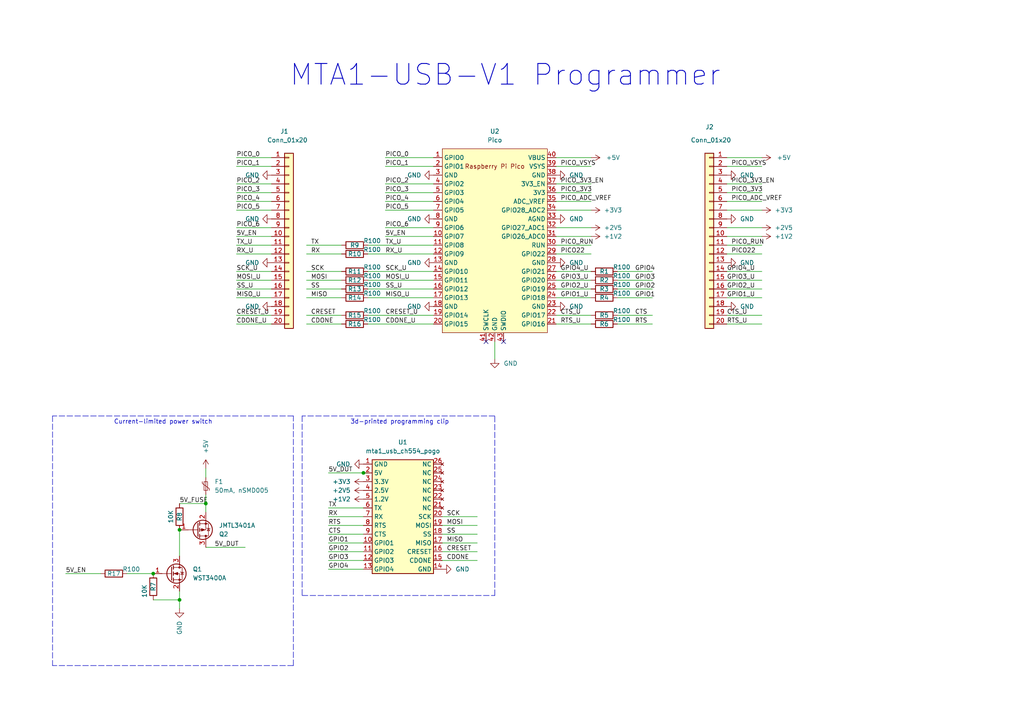
<source format=kicad_sch>
(kicad_sch (version 20211123) (generator eeschema)
  (paper "A4")
  (title_block (title "mta1-usb-v1-programmer") (date "2022-09-12") (rev "V1") (company "Tillitis AB") (comment 1 "2022") (comment 2 "https://github.com/tillitis/tillitis-key1"))
  (lib_symbols
    (symbol "Connector_Generic:Conn_01x20" (pin_names (offset 1.016) hide)
      (property "Reference" "J" (at 0 25.4 0))
      (property "Value" "Conn_01x20" (at 0 -27.94 0))
      (symbol "Conn_01x20_1_1"
        (rectangle (start -1.27 -25.273) (end 0 -25.527) (stroke (width 0.1524)))
        (rectangle (start -1.27 -22.733) (end 0 -22.987) (stroke (width 0.1524)))
        (rectangle (start -1.27 -20.193) (end 0 -20.447) (stroke (width 0.1524)))
        (rectangle (start -1.27 -17.653) (end 0 -17.907) (stroke (width 0.1524)))
        (rectangle (start -1.27 -15.113) (end 0 -15.367) (stroke (width 0.1524)))
        (rectangle (start -1.27 -12.573) (end 0 -12.827) (stroke (width 0.1524)))
        (rectangle (start -1.27 -10.033) (end 0 -10.287) (stroke (width 0.1524)))
        (rectangle (start -1.27 -7.493) (end 0 -7.747) (stroke (width 0.1524)))
        (rectangle (start -1.27 -4.953) (end 0 -5.207) (stroke (width 0.1524)))
        (rectangle (start -1.27 -2.413) (end 0 -2.667) (stroke (width 0.1524)))
        (rectangle (start -1.27 0.127) (end 0 -0.127) (stroke (width 0.1524)))
        (rectangle (start -1.27 2.667) (end 0 2.413) (stroke (width 0.1524)))
        (rectangle (start -1.27 5.207) (end 0 4.953) (stroke (width 0.1524)))
        (rectangle (start -1.27 7.747) (end 0 7.493) (stroke (width 0.1524)))
        (rectangle (start -1.27 10.287) (end 0 10.033) (stroke (width 0.1524)))
        (rectangle (start -1.27 12.827) (end 0 12.573) (stroke (width 0.1524)))
        (rectangle (start -1.27 15.367) (end 0 15.113) (stroke (width 0.1524)))
        (rectangle (start -1.27 17.907) (end 0 17.653) (stroke (width 0.1524)))
        (rectangle (start -1.27 20.447) (end 0 20.193) (stroke (width 0.1524)))
        (rectangle (start -1.27 22.987) (end 0 22.733) (stroke (width 0.1524)))
        (rectangle (start -1.27 24.13) (end 1.27 -26.67) (stroke (width 0.254)) (fill (type background)))
        (pin passive line (at -5.08 22.86 0) (length 3.81) (name "Pin_1") (number "1"))
        (pin passive line (at -5.08 0 0) (length 3.81) (name "Pin_10") (number "10"))
        (pin passive line (at -5.08 -2.54 0) (length 3.81) (name "Pin_11") (number "11"))
        (pin passive line (at -5.08 -5.08 0) (length 3.81) (name "Pin_12") (number "12"))
        (pin passive line (at -5.08 -7.62 0) (length 3.81) (name "Pin_13") (number "13"))
        (pin passive line (at -5.08 -10.16 0) (length 3.81) (name "Pin_14") (number "14"))
        (pin passive line (at -5.08 -12.7 0) (length 3.81) (name "Pin_15") (number "15"))
        (pin passive line (at -5.08 -15.24 0) (length 3.81) (name "Pin_16") (number "16"))
        (pin passive line (at -5.08 -17.78 0) (length 3.81) (name "Pin_17") (number "17"))
        (pin passive line (at -5.08 -20.32 0) (length 3.81) (name "Pin_18") (number "18"))
        (pin passive line (at -5.08 -22.86 0) (length 3.81) (name "Pin_19") (number "19"))
        (pin passive line (at -5.08 20.32 0) (length 3.81) (name "Pin_2") (number "2"))
        (pin passive line (at -5.08 -25.4 0) (length 3.81) (name "Pin_20") (number "20"))
        (pin passive line (at -5.08 17.78 0) (length 3.81) (name "Pin_3") (number "3"))
        (pin passive line (at -5.08 15.24 0) (length 3.81) (name "Pin_4") (number "4"))
        (pin passive line (at -5.08 12.7 0) (length 3.81) (name "Pin_5") (number "5"))
        (pin passive line (at -5.08 10.16 0) (length 3.81) (name "Pin_6") (number "6"))
        (pin passive line (at -5.08 7.62 0) (length 3.81) (name "Pin_7") (number "7"))
        (pin passive line (at -5.08 5.08 0) (length 3.81) (name "Pin_8") (number "8"))
        (pin passive line (at -5.08 2.54 0) (length 3.81) (name "Pin_9") (number "9"))
      )
    )
    (symbol "Device:Polyfuse_Small" (pin_numbers hide) (pin_names (offset 0))
      (property "Reference" "F" (at -1.905 0 90))
      (property "Value" "Polyfuse_Small" (at 1.905 0 90))
      (symbol "Polyfuse_Small_0_1"
        (rectangle (start -0.508 1.27) (end 0.508 -1.27))
        (polyline (pts (xy 0 2.54) (xy 0 -2.54)))
        (polyline (pts (xy -1.016 1.27) (xy -1.016 0.762) (xy 1.016 -0.762) (xy 1.016 -1.27)))
      )
      (symbol "Polyfuse_Small_1_1"
        (pin passive line (at 0 2.54 270) (length 0.635) (name "~") (number "1"))
        (pin passive line (at 0 -2.54 90) (length 0.635) (name "~") (number "2"))
      )
    )
    (symbol "Device:R" (pin_numbers hide) (pin_names (offset 0))
      (property "Reference" "R" (at 2.032 0 90))
      (property "Value" "R" (at 0 0 90))
      (symbol "R_0_1"
        (rectangle (start -1.016 -2.54) (end 1.016 2.54) (stroke (width 0.254)))
      )
      (symbol "R_1_1"
        (pin passive line (at 0 3.81 270) (length 1.27) (name "~") (number "1"))
        (pin passive line (at 0 -3.81 90) (length 1.27) (name "~") (number "2"))
      )
    )
    (symbol "MCU_RaspberryPi_and_Boards:Pico"
      (property "Reference" "U" (at -13.97 27.94 0))
      (property "Value" "Pico" (at 0 19.05 0))
      (symbol "Pico_0_0"
        (text "Raspberry Pi Pico" (at 0 21.59 0) (effects (font (size 1.27 1.27))))
      )
      (symbol "Pico_0_1"
        (rectangle (start -15.24 26.67) (end 15.24 -26.67) (fill (type background)))
      )
      (symbol "Pico_1_1"
        (pin bidirectional line (at -17.78 24.13 0) (length 2.54) (name "GPIO0") (number "1"))
        (pin bidirectional line (at -17.78 1.27 0) (length 2.54) (name "GPIO7") (number "10"))
        (pin bidirectional line (at -17.78 -1.27 0) (length 2.54) (name "GPIO8") (number "11"))
        (pin bidirectional line (at -17.78 -3.81 0) (length 2.54) (name "GPIO9") (number "12"))
        (pin power_in line (at -17.78 -6.35 0) (length 2.54) (name "GND") (number "13"))
        (pin bidirectional line (at -17.78 -8.89 0) (length 2.54) (name "GPIO10") (number "14"))
        (pin bidirectional line (at -17.78 -11.43 0) (length 2.54) (name "GPIO11") (number "15"))
        (pin bidirectional line (at -17.78 -13.97 0) (length 2.54) (name "GPIO12") (number "16"))
        (pin bidirectional line (at -17.78 -16.51 0) (length 2.54) (name "GPIO13") (number "17"))
        (pin power_in line (at -17.78 -19.05 0) (length 2.54) (name "GND") (number "18"))
        (pin bidirectional line (at -17.78 -21.59 0) (length 2.54) (name "GPIO14") (number "19"))
        (pin bidirectional line (at -17.78 21.59 0) (length 2.54) (name "GPIO1") (number "2"))
        (pin bidirectional line (at -17.78 -24.13 0) (length 2.54) (name "GPIO15") (number "20"))
        (pin bidirectional line (at 17.78 -24.13 180) (length 2.54) (name "GPIO16") (number "21"))
        (pin bidirectional line (at 17.78 -21.59 180) (length 2.54) (name "GPIO17") (number "22"))
        (pin power_in line (at 17.78 -19.05 180) (length 2.54) (name "GND") (number "23"))
        (pin bidirectional line (at 17.78 -16.51 180) (length 2.54) (name "GPIO18") (number "24"))
        (pin bidirectional line (at 17.78 -13.97 180) (length 2.54) (name "GPIO19") (number "25"))
        (pin bidirectional line (at 17.78 -11.43 180) (length 2.54) (name "GPIO20") (number "26"))
        (pin bidirectional line (at 17.78 -8.89 180) (length 2.54) (name "GPIO21") (number "27"))
        (pin power_in line (at 17.78 -6.35 180) (length 2.54) (name "GND") (number "28"))
        (pin bidirectional line (at 17.78 -3.81 180) (length 2.54) (name "GPIO22") (number "29"))
        (pin power_in line (at -17.78 19.05 0) (length 2.54) (name "GND") (number "3"))
        (pin input line (at 17.78 -1.27 180) (length 2.54) (name "RUN") (number "30"))
        (pin bidirectional line (at 17.78 1.27 180) (length 2.54) (name "GPIO26_ADC0") (number "31"))
        (pin bidirectional line (at 17.78 3.81 180) (length 2.54) (name "GPIO27_ADC1") (number "32"))
        (pin power_in line (at 17.78 6.35 180) (length 2.54) (name "AGND") (number "33"))
        (pin bidirectional line (at 17.78 8.89 180) (length 2.54) (name "GPIO28_ADC2") (number "34"))
        (pin power_in line (at 17.78 11.43 180) (length 2.54) (name "ADC_VREF") (number "35"))
        (pin power_in line (at 17.78 13.97 180) (length 2.54) (name "3V3") (number "36"))
        (pin input line (at 17.78 16.51 180) (length 2.54) (name "3V3_EN") (number "37"))
        (pin bidirectional line (at 17.78 19.05 180) (length 2.54) (name "GND") (number "38"))
        (pin power_in line (at 17.78 21.59 180) (length 2.54) (name "VSYS") (number "39"))
        (pin bidirectional line (at -17.78 16.51 0) (length 2.54) (name "GPIO2") (number "4"))
        (pin power_in line (at 17.78 24.13 180) (length 2.54) (name "VBUS") (number "40"))
        (pin input line (at -2.54 -29.21 90) (length 2.54) (name "SWCLK") (number "41"))
        (pin power_in line (at 0 -29.21 90) (length 2.54) (name "GND") (number "42"))
        (pin bidirectional line (at 2.54 -29.21 90) (length 2.54) (name "SWDIO") (number "43"))
        (pin bidirectional line (at -17.78 13.97 0) (length 2.54) (name "GPIO3") (number "5"))
        (pin bidirectional line (at -17.78 11.43 0) (length 2.54) (name "GPIO4") (number "6"))
        (pin bidirectional line (at -17.78 8.89 0) (length 2.54) (name "GPIO5") (number "7"))
        (pin power_in line (at -17.78 6.35 0) (length 2.54) (name "GND") (number "8"))
        (pin bidirectional line (at -17.78 3.81 0) (length 2.54) (name "GPIO6") (number "9"))
      )
    )
    (symbol "Transistor_FET:AO3400A" (pin_names hide)
      (property "Reference" "Q" (at 5.08 1.905 0))
      (property "Value" "AO3400A" (at 5.08 0 0))
      (symbol "AO3400A_0_1"
        (polyline (pts (xy 0.254 0) (xy -2.54 0)))
        (polyline (pts (xy 0.254 1.905) (xy 0.254 -1.905)) (stroke (width 0.254)))
        (polyline (pts (xy 0.762 -1.27) (xy 0.762 -2.286)) (stroke (width 0.254)))
        (polyline (pts (xy 0.762 0.508) (xy 0.762 -0.508)) (stroke (width 0.254)))
        (polyline (pts (xy 0.762 2.286) (xy 0.762 1.27)) (stroke (width 0.254)))
        (polyline (pts (xy 2.54 2.54) (xy 2.54 1.778)))
        (polyline (pts (xy 2.54 -2.54) (xy 2.54 0) (xy 0.762 0)))
        (polyline (pts (xy 0.762 -1.778) (xy 3.302 -1.778) (xy 3.302 1.778) (xy 0.762 1.778)))
        (polyline (pts (xy 1.016 0) (xy 2.032 0.381) (xy 2.032 -0.381) (xy 1.016 0)) (fill (type outline)))
        (polyline (pts (xy 2.794 0.508) (xy 2.921 0.381) (xy 3.683 0.381) (xy 3.81 0.254)))
        (polyline (pts (xy 3.302 0.381) (xy 2.921 -0.254) (xy 3.683 -0.254) (xy 3.302 0.381)))
        (circle (center 1.651 0) (radius 2.794) (stroke (width 0.254)))
        (circle (center 2.54 -1.778) (radius 0.254) (fill (type outline)))
        (circle (center 2.54 1.778) (radius 0.254) (fill (type outline)))
      )
      (symbol "AO3400A_1_1"
        (pin input line (at -5.08 0 0) (length 2.54) (name "G") (number "1"))
        (pin passive line (at 2.54 -5.08 90) (length 2.54) (name "S") (number "2"))
        (pin passive line (at 2.54 5.08 270) (length 2.54) (name "D") (number "3"))
      )
    )
    (symbol "Transistor_FET:AO3401A" (pin_names hide)
      (property "Reference" "Q" (at 5.08 1.905 0))
      (property "Value" "AO3401A" (at 5.08 0 0))
      (symbol "AO3401A_0_1"
        (polyline (pts (xy 0.254 0) (xy -2.54 0)))
        (polyline (pts (xy 0.254 1.905) (xy 0.254 -1.905)) (stroke (width 0.254)))
        (polyline (pts (xy 0.762 -1.27) (xy 0.762 -2.286)) (stroke (width 0.254)))
        (polyline (pts (xy 0.762 0.508) (xy 0.762 -0.508)) (stroke (width 0.254)))
        (polyline (pts (xy 0.762 2.286) (xy 0.762 1.27)) (stroke (width 0.254)))
        (polyline (pts (xy 2.54 2.54) (xy 2.54 1.778)))
        (polyline (pts (xy 2.54 -2.54) (xy 2.54 0) (xy 0.762 0)))
        (polyline (pts (xy 0.762 1.778) (xy 3.302 1.778) (xy 3.302 -1.778) (xy 0.762 -1.778)))
        (polyline (pts (xy 2.286 0) (xy 1.27 0.381) (xy 1.27 -0.381) (xy 2.286 0)) (fill (type outline)))
        (polyline (pts (xy 2.794 -0.508) (xy 2.921 -0.381) (xy 3.683 -0.381) (xy 3.81 -0.254)))
        (polyline (pts (xy 3.302 -0.381) (xy 2.921 0.254) (xy 3.683 0.254) (xy 3.302 -0.381)))
        (circle (center 1.651 0) (radius 2.794) (stroke (width 0.254)))
        (circle (center 2.54 -1.778) (radius 0.254) (fill (type outline)))
        (circle (center 2.54 1.778) (radius 0.254) (fill (type outline)))
      )
      (symbol "AO3401A_1_1"
        (pin input line (at -5.08 0 0) (length 2.54) (name "G") (number "1"))
        (pin passive line (at 2.54 -5.08 90) (length 2.54) (name "S") (number "2"))
        (pin passive line (at 2.54 5.08 270) (length 2.54) (name "D") (number "3"))
      )
    )
    (symbol "mta1:mta1_usb_ch554_pogo"
      (property "Reference" "U" (at -5.08 -19.05 0))
      (property "Value" "mta1_usb_ch554_pogo" (at 0 19.05 0))
      (symbol "mta1_usb_ch554_pogo_1_1"
        (rectangle (start -8.89 16.51) (end 8.89 -16.51) (stroke (width 0.254)) (fill (type background)))
        (pin power_in line (at -11.43 15.24 0) (length 2.54) (name "GND") (number "1"))
        (pin bidirectional line (at -11.43 -7.62 0) (length 2.54) (name "GPIO1") (number "10"))
        (pin bidirectional line (at -11.43 -10.16 0) (length 2.54) (name "GPIO2") (number "11"))
        (pin bidirectional line (at -11.43 -12.7 0) (length 2.54) (name "GPIO3") (number "12"))
        (pin bidirectional line (at -11.43 -15.24 0) (length 2.54) (name "GPIO4") (number "13"))
        (pin bidirectional line (at 11.43 -15.24 180) (length 2.54) (name "GND") (number "14"))
        (pin bidirectional line (at 11.43 -12.7 180) (length 2.54) (name "CDONE") (number "15"))
        (pin bidirectional line (at 11.43 -10.16 180) (length 2.54) (name "CRESET") (number "16"))
        (pin bidirectional line (at 11.43 -7.62 180) (length 2.54) (name "MISO") (number "17"))
        (pin bidirectional line (at 11.43 -5.08 180) (length 2.54) (name "SS") (number "18"))
        (pin bidirectional line (at 11.43 -2.54 180) (length 2.54) (name "MOSI") (number "19"))
        (pin power_in line (at -11.43 12.7 0) (length 2.54) (name "5V") (number "2"))
        (pin bidirectional line (at 11.43 0 180) (length 2.54) (name "SCK") (number "20"))
        (pin no_connect line (at 11.43 2.54 180) (length 2.54) (name "NC") (number "21"))
        (pin no_connect line (at 11.43 5.08 180) (length 2.54) (name "NC") (number "22"))
        (pin no_connect line (at 11.43 7.62 180) (length 2.54) (name "NC") (number "23"))
        (pin no_connect line (at 11.43 10.16 180) (length 2.54) (name "NC") (number "24"))
        (pin no_connect line (at 11.43 12.7 180) (length 2.54) (name "NC") (number "25"))
        (pin no_connect line (at 11.43 15.24 180) (length 2.54) (name "NC") (number "26"))
        (pin power_out line (at -11.43 10.16 0) (length 2.54) (name "3.3V") (number "3"))
        (pin power_out line (at -11.43 7.62 0) (length 2.54) (name "2.5V") (number "4"))
        (pin power_out line (at -11.43 5.08 0) (length 2.54) (name "1.2V") (number "5"))
        (pin bidirectional line (at -11.43 2.54 0) (length 2.54) (name "TX") (number "6"))
        (pin bidirectional line (at -11.43 0 0) (length 2.54) (name "RX") (number "7"))
        (pin bidirectional line (at -11.43 -2.54 0) (length 2.54) (name "RTS") (number "8"))
        (pin bidirectional line (at -11.43 -5.08 0) (length 2.54) (name "CTS") (number "9"))
      )
    )
    (symbol "power:+1V2" (power) (pin_names (offset 0))
      (property "Value" "+1V2" (at 0 3.556 0))
      (symbol "+1V2_0_1"
        (polyline (pts (xy -0.762 1.27) (xy 0 2.54)))
        (polyline (pts (xy 0 0) (xy 0 2.54)))
        (polyline (pts (xy 0 2.54) (xy 0.762 1.27)))
      )
      (symbol "+1V2_1_1"
        (pin power_in line (at 0 0 90) (length 0) hide (name "+1V2") (number "1"))
      )
    )
    (symbol "power:+2V5" (power) (pin_names (offset 0))
      (property "Value" "+2V5" (at 0 3.556 0))
      (symbol "+2V5_0_1"
        (polyline (pts (xy -0.762 1.27) (xy 0 2.54)))
        (polyline (pts (xy 0 0) (xy 0 2.54)))
        (polyline (pts (xy 0 2.54) (xy 0.762 1.27)))
      )
      (symbol "+2V5_1_1"
        (pin power_in line (at 0 0 90) (length 0) hide (name "+2V5") (number "1"))
      )
    )
    (symbol "power:+3.3V" (power) (pin_names (offset 0))
      (property "Value" "+3.3V" (at 0 3.556 0))
      (symbol "+3.3V_0_1"
        (polyline (pts (xy -0.762 1.27) (xy 0 2.54)))
        (polyline (pts (xy 0 0) (xy 0 2.54)))
        (polyline (pts (xy 0 2.54) (xy 0.762 1.27)))
      )
      (symbol "+3.3V_1_1"
        (pin power_in line (at 0 0 90) (length 0) hide (name "+3V3") (number "1"))
      )
    )
    (symbol "power:+5V" (power) (pin_names (offset 0))
      (property "Value" "+5V" (at 0 3.556 0))
      (symbol "+5V_0_1"
        (polyline (pts (xy -0.762 1.27) (xy 0 2.54)))
        (polyline (pts (xy 0 0) (xy 0 2.54)))
        (polyline (pts (xy 0 2.54) (xy 0.762 1.27)))
      )
      (symbol "+5V_1_1"
        (pin power_in line (at 0 0 90) (length 0) hide (name "+5V") (number "1"))
      )
    )
    (symbol "power:GND" (power) (pin_names (offset 0))
      (property "Value" "GND" (at 0 -3.81 0))
      (symbol "GND_0_1"
        (polyline (pts (xy 0 0) (xy 0 -1.27) (xy 1.27 -1.27) (xy 0 -2.54) (xy -1.27 -1.27) (xy 0 -1.27)))
      )
      (symbol "GND_1_1"
        (pin power_in line (at 0 0 270) (length 0) hide (name "GND") (number "1"))
      )
    )
  )
  (junction (at 105.41 137.16))
  (junction (at 52.07 173.99))
  (junction (at 44.45 166.37))
  (junction (at 52.07 153.67))
  (junction (at 59.69 146.05))
  (no_connect (at 140.97 99.06))
  (no_connect (at 146.05 99.06))
  (wire (pts (xy 88.9 71.12) (xy 99.06 71.12)))
  (wire (pts (xy 111.76 48.26) (xy 125.73 48.26)))
  (wire (pts (xy 161.29 71.12) (xy 171.45 71.12)))
  (wire (pts (xy 179.07 78.74) (xy 189.23 78.74)))
  (wire (pts (xy 161.29 58.42) (xy 171.45 58.42)))
  (wire (pts (xy 161.29 66.04) (xy 171.45 66.04)))
  (wire (pts (xy 95.25 147.32) (xy 105.41 147.32)))
  (wire (pts (xy 68.58 93.98) (xy 78.74 93.98)))
  (polyline (pts (xy 15.24 120.65) (xy 15.24 193.04)))
  (wire (pts (xy 95.25 149.86) (xy 105.41 149.86)))
  (wire (pts (xy 210.82 78.74) (xy 220.98 78.74)))
  (wire (pts (xy 106.68 93.98) (xy 125.73 93.98)))
  (wire (pts (xy 210.82 81.28) (xy 220.98 81.28)))
  (wire (pts (xy 210.82 60.96) (xy 220.98 60.96)))
  (wire (pts (xy 95.25 137.16) (xy 105.41 137.16)))
  (wire (pts (xy 106.68 83.82) (xy 125.73 83.82)))
  (wire (pts (xy 143.51 104.14) (xy 143.51 99.06)))
  (wire (pts (xy 128.27 157.48) (xy 138.43 157.48)))
  (wire (pts (xy 210.82 66.04) (xy 220.98 66.04)))
  (wire (pts (xy 95.25 154.94) (xy 105.41 154.94)))
  (wire (pts (xy 210.82 48.26) (xy 220.98 48.26)))
  (wire (pts (xy 128.27 152.4) (xy 138.43 152.4)))
  (wire (pts (xy 95.25 162.56) (xy 105.41 162.56)))
  (wire (pts (xy 111.76 53.34) (xy 125.73 53.34)))
  (wire (pts (xy 128.27 154.94) (xy 138.43 154.94)))
  (wire (pts (xy 68.58 58.42) (xy 78.74 58.42)))
  (wire (pts (xy 161.29 91.44) (xy 171.45 91.44)))
  (wire (pts (xy 52.07 153.67) (xy 52.07 161.29)))
  (polyline (pts (xy 87.63 172.72) (xy 143.51 172.72)))
  (wire (pts (xy 210.82 53.34) (xy 220.98 53.34)))
  (wire (pts (xy 111.76 45.72) (xy 125.73 45.72)))
  (wire (pts (xy 106.68 71.12) (xy 125.73 71.12)))
  (wire (pts (xy 105.41 137.16) (xy 106.68 137.16)))
  (wire (pts (xy 128.27 149.86) (xy 138.43 149.86)))
  (polyline (pts (xy 87.63 120.65) (xy 87.63 172.72)))
  (wire (pts (xy 111.76 66.04) (xy 125.73 66.04)))
  (wire (pts (xy 161.29 60.96) (xy 171.45 60.96)))
  (wire (pts (xy 106.68 86.36) (xy 125.73 86.36)))
  (wire (pts (xy 68.58 68.58) (xy 78.74 68.58)))
  (wire (pts (xy 111.76 60.96) (xy 125.73 60.96)))
  (wire (pts (xy 95.25 160.02) (xy 105.41 160.02)))
  (wire (pts (xy 88.9 91.44) (xy 99.06 91.44)))
  (wire (pts (xy 68.58 71.12) (xy 78.74 71.12)))
  (polyline (pts (xy 143.51 120.65) (xy 87.63 120.65)))
  (wire (pts (xy 68.58 53.34) (xy 78.74 53.34)))
  (wire (pts (xy 88.9 93.98) (xy 99.06 93.98)))
  (wire (pts (xy 68.58 55.88) (xy 78.74 55.88)))
  (wire (pts (xy 161.29 93.98) (xy 171.45 93.98)))
  (wire (pts (xy 161.29 53.34) (xy 171.45 53.34)))
  (wire (pts (xy 210.82 86.36) (xy 220.98 86.36)))
  (wire (pts (xy 210.82 83.82) (xy 220.98 83.82)))
  (wire (pts (xy 68.58 91.44) (xy 78.74 91.44)))
  (wire (pts (xy 68.58 78.74) (xy 78.74 78.74)))
  (wire (pts (xy 95.25 152.4) (xy 105.41 152.4)))
  (polyline (pts (xy 85.09 120.65) (xy 15.24 120.65)))
  (polyline (pts (xy 143.51 172.72) (xy 143.51 120.65)))
  (wire (pts (xy 88.9 73.66) (xy 99.06 73.66)))
  (wire (pts (xy 88.9 81.28) (xy 99.06 81.28)))
  (wire (pts (xy 210.82 91.44) (xy 220.98 91.44)))
  (wire (pts (xy 68.58 48.26) (xy 78.74 48.26)))
  (wire (pts (xy 88.9 86.36) (xy 99.06 86.36)))
  (wire (pts (xy 128.27 160.02) (xy 138.43 160.02)))
  (wire (pts (xy 210.82 93.98) (xy 220.98 93.98)))
  (wire (pts (xy 95.25 157.48) (xy 105.41 157.48)))
  (wire (pts (xy 59.69 146.05) (xy 59.69 148.59)))
  (wire (pts (xy 52.07 146.05) (xy 59.69 146.05)))
  (wire (pts (xy 179.07 86.36) (xy 189.23 86.36)))
  (wire (pts (xy 210.82 55.88) (xy 220.98 55.88)))
  (wire (pts (xy 68.58 86.36) (xy 78.74 86.36)))
  (wire (pts (xy 161.29 86.36) (xy 171.45 86.36)))
  (wire (pts (xy 88.9 83.82) (xy 99.06 83.82)))
  (wire (pts (xy 210.82 45.72) (xy 220.98 45.72)))
  (wire (pts (xy 68.58 73.66) (xy 78.74 73.66)))
  (wire (pts (xy 179.07 91.44) (xy 189.23 91.44)))
  (polyline (pts (xy 85.09 193.04) (xy 85.09 120.65)))
  (wire (pts (xy 106.68 73.66) (xy 125.73 73.66)))
  (wire (pts (xy 106.68 81.28) (xy 125.73 81.28)))
  (wire (pts (xy 111.76 68.58) (xy 125.73 68.58)))
  (wire (pts (xy 52.07 173.99) (xy 52.07 171.45)))
  (wire (pts (xy 44.45 173.99) (xy 52.07 173.99)))
  (wire (pts (xy 52.07 176.53) (xy 52.07 173.99)))
  (wire (pts (xy 210.82 68.58) (xy 220.98 68.58)))
  (wire (pts (xy 59.69 135.89) (xy 59.69 138.43)))
  (wire (pts (xy 161.29 81.28) (xy 171.45 81.28)))
  (wire (pts (xy 161.29 48.26) (xy 171.45 48.26)))
  (wire (pts (xy 106.68 78.74) (xy 125.73 78.74)))
  (wire (pts (xy 36.83 166.37) (xy 44.45 166.37)))
  (wire (pts (xy 111.76 58.42) (xy 125.73 58.42)))
  (wire (pts (xy 161.29 55.88) (xy 171.45 55.88)))
  (wire (pts (xy 161.29 83.82) (xy 171.45 83.82)))
  (polyline (pts (xy 85.09 193.04) (xy 15.24 193.04)))
  (wire (pts (xy 59.69 158.75) (xy 71.12 158.75)))
  (wire (pts (xy 106.68 91.44) (xy 125.73 91.44)))
  (wire (pts (xy 179.07 81.28) (xy 189.23 81.28)))
  (wire (pts (xy 68.58 81.28) (xy 78.74 81.28)))
  (wire (pts (xy 210.82 73.66) (xy 220.98 73.66)))
  (wire (pts (xy 179.07 83.82) (xy 189.23 83.82)))
  (wire (pts (xy 68.58 60.96) (xy 78.74 60.96)))
  (wire (pts (xy 161.29 45.72) (xy 171.45 45.72)))
  (wire (pts (xy 210.82 71.12) (xy 220.98 71.12)))
  (wire (pts (xy 59.69 143.51) (xy 59.69 146.05)))
  (wire (pts (xy 95.25 165.1) (xy 105.41 165.1)))
  (wire (pts (xy 179.07 93.98) (xy 189.23 93.98)))
  (wire (pts (xy 68.58 83.82) (xy 78.74 83.82)))
  (wire (pts (xy 68.58 66.04) (xy 78.74 66.04)))
  (wire (pts (xy 128.27 162.56) (xy 138.43 162.56)))
  (wire (pts (xy 210.82 58.42) (xy 220.98 58.42)))
  (wire (pts (xy 111.76 55.88) (xy 125.73 55.88)))
  (wire (pts (xy 161.29 68.58) (xy 171.45 68.58)))
  (wire (pts (xy 19.05 166.37) (xy 29.21 166.37)))
  (wire (pts (xy 161.29 78.74) (xy 171.45 78.74)))
  (wire (pts (xy 68.58 45.72) (xy 78.74 45.72)))
  (wire (pts (xy 88.9 78.74) (xy 99.06 78.74)))
  (wire (pts (xy 161.29 73.66) (xy 171.45 73.66)))
  (text "Current-limited power switch" (at 33.02 123.19 0) (effects (font (size 1.27 1.27)) (justify left bottom)))
  (text "MTA1-USB-V1 Programmer" (at 83.82 25.4 0) (effects (font (size 6 6) (thickness 0.254) bold) (justify left bottom)))
  (text "3d-printed programming clip" (at 101.6 123.19 0) (effects (font (size 1.27 1.27)) (justify left bottom)))
  (label "MISO" (at 90.17 86.36 0))
  (label "CTS" (at 95.25 154.94 0))
  (label "TX_U" (at 111.76 71.12 0))
  (label "RX" (at 90.17 73.66 0))
  (label "PICO_3V3" (at 212.09 55.88 0))
  (label "GPIO2" (at 95.25 160.02 0))
  (label "PICO_RUN" (at 212.09 71.12 0))
  (label "GPIO1" (at 95.25 157.48 0))
  (label "MOSI_U" (at 111.76 81.28 0))
  (label "PICO_4" (at 68.58 58.42 0))
  (label "SCK" (at 129.54 149.86 0))
  (label "RTS_U" (at 162.56 93.98 0))
  (label "CRESET_U" (at 111.76 91.44 0))
  (label "CTS_U" (at 162.56 91.44 0))
  (label "5V_EN" (at 68.58 68.58 0))
  (label "PICO_5" (at 111.76 60.96 0))
  (label "SS" (at 90.17 83.82 0))
  (label "GPIO4_U" (at 162.56 78.74 0))
  (label "5V_EN" (at 19.05 166.37 0))
  (label "MISO_U" (at 68.58 86.36 0))
  (label "RTS" (at 95.25 152.4 0))
  (label "GPIO4_U" (at 210.82 78.74 0))
  (label "5V_DUT" (at 62.23 158.75 0))
  (label "CDONE" (at 90.17 93.98 0))
  (label "PICO_6" (at 111.76 66.04 0))
  (label "PICO22" (at 212.09 73.66 0))
  (label "RX_U" (at 68.58 73.66 0))
  (label "PICO_0" (at 68.58 45.72 0))
  (label "GPIO3" (at 184.15 81.28 0))
  (label "SCK_U" (at 68.58 78.74 0))
  (label "TX" (at 95.25 147.32 0))
  (label "PICO_3V3_EN" (at 162.56 53.34 0))
  (label "PICO_VSYS" (at 162.56 48.26 0))
  (label "RX_U" (at 111.76 73.66 0))
  (label "CRESET_U" (at 68.58 91.44 0))
  (label "TX_U" (at 68.58 71.12 0))
  (label "SS_U" (at 111.76 83.82 0))
  (label "PICO_ADC_VREF" (at 162.56 58.42 0))
  (label "RX" (at 95.25 149.86 0))
  (label "CDONE_U" (at 111.76 93.98 0))
  (label "GPIO2_U" (at 162.56 83.82 0))
  (label "SCK" (at 90.17 78.74 0))
  (label "PICO_6" (at 68.58 66.04 0))
  (label "PICO_3V3_EN" (at 212.09 53.34 0))
  (label "PICO_3" (at 111.76 55.88 0))
  (label "MOSI_U" (at 68.58 81.28 0))
  (label "GPIO3_U" (at 162.56 81.28 0))
  (label "PICO_VSYS" (at 212.09 48.26 0))
  (label "PICO_2" (at 111.76 53.34 0))
  (label "GPIO1_U" (at 162.56 86.36 0))
  (label "RTS" (at 184.15 93.98 0))
  (label "MISO_U" (at 111.76 86.36 0))
  (label "GPIO2_U" (at 210.82 83.82 0))
  (label "GPIO4" (at 95.25 165.1 0))
  (label "MOSI" (at 129.54 152.4 0))
  (label "5V_DUT" (at 95.25 137.16 0))
  (label "MOSI" (at 90.17 81.28 0))
  (label "CRESET" (at 90.17 91.44 0))
  (label "5V_FUSE" (at 52.07 146.05 0))
  (label "PICO_0" (at 111.76 45.72 0))
  (label "MISO" (at 129.54 157.48 0))
  (label "GPIO1_U" (at 210.82 86.36 0))
  (label "PICO_2" (at 68.58 53.34 0))
  (label "CRESET" (at 129.54 160.02 0))
  (label "PICO_4" (at 111.76 58.42 0))
  (label "CTS_U" (at 210.82 91.44 0))
  (label "GPIO4" (at 184.15 78.74 0))
  (label "CDONE" (at 129.54 162.56 0))
  (label "SCK_U" (at 111.76 78.74 0))
  (label "GPIO3" (at 95.25 162.56 0))
  (label "TX" (at 90.17 71.12 0))
  (label "PICO_RUN" (at 162.56 71.12 0))
  (label "CTS" (at 184.15 91.44 0))
  (label "PICO_1" (at 111.76 48.26 0))
  (label "PICO_5" (at 68.58 60.96 0))
  (label "PICO_ADC_VREF" (at 212.09 58.42 0))
  (label "CDONE_U" (at 68.58 93.98 0))
  (label "GPIO1" (at 184.15 86.36 0))
  (label "PICO_3" (at 68.58 55.88 0))
  (label "PICO_1" (at 68.58 48.26 0))
  (label "RTS_U" (at 210.82 93.98 0))
  (label "5V_EN" (at 111.76 68.58 0))
  (label "GPIO3_U" (at 210.82 81.28 0))
  (label "PICO22" (at 162.56 73.66 0))
  (label "SS" (at 129.54 154.94 0))
  (label "GPIO2" (at 184.15 83.82 0))
  (label "SS_U" (at 68.58 83.82 0))
  (label "PICO_3V3" (at 162.56 55.88 0))
  (symbol (lib_id "Device:R") (at 102.87 83.82 90) (unit 1)
    (property "Reference" "R13" (at 102.87 83.82 90))
    (property "Value" "R100" (at 107.95 82.55 90))
    (property "Footprint" "mta1:ERJ2G(0402)_L" (effects hide))
    (property "Manufacturer" "yageo" (effects hide))
    (property "Manufacturer Part Number" "AF0402FR-07100RL" (effects hide))
    (property "Supplier" "Digikey" (effects hide))
    (property "Supplier Part Number" "13-AF0402FR-07100RLTR-ND" (effects hide))
  )
  (symbol (lib_id "Device:R") (at 102.87 91.44 90) (unit 1)
    (property "Reference" "R15" (at 102.87 91.44 90))
    (property "Value" "R100" (at 107.95 90.17 90))
    (property "Footprint" "mta1:ERJ2G(0402)_L" (effects hide))
    (property "Manufacturer" "yageo" (effects hide))
    (property "Manufacturer Part Number" "AF0402FR-07100RL" (effects hide))
    (property "Supplier" "Digikey" (effects hide))
    (property "Supplier Part Number" "13-AF0402FR-07100RLTR-ND" (effects hide))
  )
  (symbol (lib_id "power:GND") (at 52.07 176.53 0) (unit 1)
    (property "Reference" "#PWR0114" (effects hide))
    (property "Value" "GND" (at 52.07 184.15 90) (effects (justify left)))
  )
  (symbol (lib_id "power:+2V5") (at 220.98 66.04 270) (unit 1)
    (property "Reference" "#PWR0105" (effects hide))
    (property "Value" "+2V5" (at 227.33 66.04 90))
  )
  (symbol (lib_id "power:+3.3V") (at 105.41 139.7 90) (unit 1)
    (property "Reference" "#PWR03" (effects hide))
    (property "Value" "+3.3V" (at 99.06 139.7 90))
  )
  (symbol (lib_id "power:+1V2") (at 220.98 68.58 270) (unit 1)
    (property "Reference" "#PWR0103" (effects hide))
    (property "Value" "+1V2" (at 227.33 68.58 90))
  )
  (symbol (lib_id "Connector_Generic:Conn_01x20") (at 205.74 68.58 0) (mirror y) (unit 1)
    (property "Reference" "J2" (at 207.01 36.83 0) (effects (justify left)))
    (property "Value" "Conn_01x20" (at 212.09 40.64 0) (effects (justify left)))
    (property "Footprint" "Connector_PinHeader_2.54mm:PinHeader_1x20_P2.54mm_Vertical" (effects hide))
  )
  (symbol (lib_id "Device:R") (at 102.87 73.66 90) (unit 1)
    (property "Reference" "R10" (at 102.87 73.66 90))
    (property "Value" "R100" (at 107.95 72.39 90))
    (property "Footprint" "mta1:ERJ2G(0402)_L" (effects hide))
    (property "Manufacturer" "yageo" (effects hide))
    (property "Manufacturer Part Number" "AF0402FR-07100RL" (effects hide))
    (property "Supplier" "Digikey" (effects hide))
    (property "Supplier Part Number" "13-AF0402FR-07100RLTR-ND" (effects hide))
  )
  (symbol (lib_id "power:GND") (at 78.74 88.9 270) (unit 1)
    (property "Reference" "#PWR0110" (effects hide))
    (property "Value" "GND" (at 71.12 88.9 90) (effects (justify left)))
  )
  (symbol (lib_id "power:+2V5") (at 105.41 142.24 90) (unit 1)
    (property "Reference" "#PWR04" (effects hide))
    (property "Value" "+2V5" (at 99.06 142.24 90))
  )
  (symbol (lib_id "power:+1V2") (at 171.45 68.58 270) (unit 1)
    (property "Reference" "#PWR016" (effects hide))
    (property "Value" "+1V2" (at 177.8 68.58 90))
  )
  (symbol (lib_id "Device:R") (at 102.87 78.74 90) (unit 1)
    (property "Reference" "R11" (at 102.87 78.74 90))
    (property "Value" "R100" (at 107.95 77.47 90))
    (property "Footprint" "mta1:ERJ2G(0402)_L" (effects hide))
    (property "Manufacturer" "yageo" (effects hide))
    (property "Manufacturer Part Number" "AF0402FR-07100RL" (effects hide))
    (property "Supplier" "Digikey" (effects hide))
    (property "Supplier Part Number" "13-AF0402FR-07100RLTR-ND" (effects hide))
  )
  (symbol (lib_id "power:GND") (at 125.73 76.2 270) (unit 1)
    (property "Reference" "#PWR010" (effects hide))
    (property "Value" "GND" (at 118.11 76.2 90) (effects (justify left)))
  )
  (symbol (lib_id "mta1:mta1_usb_ch554_pogo") (at 116.84 149.86 0) (unit 1)
    (property "Reference" "U1" (at 116.84 128.27 0))
    (property "Value" "mta1_usb_ch554_pogo" (at 116.84 130.81 0))
    (property "Footprint" "mta1-usb:mta1_usb_ch554_pogo" (effects hide))
    (property "Manufacturer" "blinkinlabs" (effects hide))
  )
  (symbol (lib_id "MCU_RaspberryPi_and_Boards:Pico") (at 143.51 69.85 0) (unit 1)
    (property "Reference" "U2" (at 143.51 38.1 0))
    (property "Value" "Pico" (at 143.51 40.64 0))
    (property "Footprint" "RPi_Pico:RPi_Pico_SMD_TH" (effects hide))
    (property "Manufacturer" "Raspberry Pi" (effects hide))
    (property "Manufacturer Part Number" "SC0915" (effects hide))
    (property "Supplier" "Digikey" (effects hide))
    (property "Supplier Part Number" "2648-SC0915TR-ND" (effects hide))
  )
  (symbol (lib_id "Device:R") (at 175.26 93.98 90) (unit 1)
    (property "Reference" "R6" (at 175.26 93.98 90))
    (property "Value" "R100" (at 180.34 92.71 90))
    (property "Footprint" "mta1:ERJ2G(0402)_L" (effects hide))
    (property "Manufacturer" "yageo" (effects hide))
    (property "Manufacturer Part Number" "AF0402FR-07100RL" (effects hide))
    (property "Supplier" "Digikey" (effects hide))
    (property "Supplier Part Number" "13-AF0402FR-07100RLTR-ND" (effects hide))
  )
  (symbol (lib_id "power:GND") (at 78.74 63.5 270) (unit 1)
    (property "Reference" "#PWR0112" (effects hide))
    (property "Value" "GND" (at 71.12 63.5 90) (effects (justify left)))
  )
  (symbol (lib_id "Device:R") (at 175.26 81.28 90) (unit 1)
    (property "Reference" "R2" (at 175.26 81.28 90))
    (property "Value" "R100" (at 180.34 80.01 90))
    (property "Footprint" "mta1:ERJ2G(0402)_L" (effects hide))
    (property "Manufacturer" "yageo" (effects hide))
    (property "Manufacturer Part Number" "AF0402FR-07100RL" (effects hide))
    (property "Supplier" "Digikey" (effects hide))
    (property "Supplier Part Number" "13-AF0402FR-07100RLTR-ND" (effects hide))
  )
  (symbol (lib_id "Device:R") (at 175.26 86.36 90) (unit 1)
    (property "Reference" "R4" (at 175.26 86.36 90))
    (property "Value" "R100" (at 180.34 85.09 90))
    (property "Footprint" "mta1:ERJ2G(0402)_L" (effects hide))
    (property "Manufacturer" "yageo" (effects hide))
    (property "Manufacturer Part Number" "AF0402FR-07100RL" (effects hide))
    (property "Supplier" "Digikey" (effects hide))
    (property "Supplier Part Number" "13-AF0402FR-07100RLTR-ND" (effects hide))
  )
  (symbol (lib_id "power:GND") (at 128.27 165.1 90) (unit 1)
    (property "Reference" "#PWR06" (effects hide))
    (property "Value" "GND" (at 132.08 165.0999 90) (effects (justify right)))
  )
  (symbol (lib_id "Transistor_FET:AO3400A") (at 49.53 166.37 0) (unit 1)
    (property "Reference" "Q1" (at 55.88 165.0999 0) (effects (justify left)))
    (property "Value" "WST3400A" (at 55.88 167.6399 0) (effects (justify left)))
    (property "Footprint" "Package_TO_SOT_SMD:SOT-23" (effects hide))
    (property "Manufacturer" "winsok" (effects hide))
    (property "Manufacturer Part Number" "WST3400A" (effects hide))
    (property "Supplier" "lcsc" (effects hide))
    (property "Supplier Part Number" "C2758406" (effects hide))
  )
  (symbol (lib_id "power:GND") (at 210.82 50.8 90) (unit 1)
    (property "Reference" "#PWR0107" (effects hide))
    (property "Value" "GND" (at 214.63 50.7999 90) (effects (justify right)))
  )
  (symbol (lib_id "Device:R") (at 102.87 93.98 90) (unit 1)
    (property "Reference" "R16" (at 102.87 93.98 90))
    (property "Value" "R100" (at 107.95 92.71 90))
    (property "Footprint" "mta1:ERJ2G(0402)_L" (effects hide))
    (property "Manufacturer" "yageo" (effects hide))
    (property "Manufacturer Part Number" "AF0402FR-07100RL" (effects hide))
    (property "Supplier" "Digikey" (effects hide))
    (property "Supplier Part Number" "13-AF0402FR-07100RLTR-ND" (effects hide))
  )
  (symbol (lib_id "Device:R") (at 175.26 78.74 90) (unit 1)
    (property "Reference" "R1" (at 175.26 78.74 90))
    (property "Value" "R100" (at 180.34 77.47 90))
    (property "Footprint" "mta1:ERJ2G(0402)_L" (effects hide))
    (property "Manufacturer" "yageo" (effects hide))
    (property "Manufacturer Part Number" "AF0402FR-07100RL" (effects hide))
    (property "Supplier" "Digikey" (effects hide))
    (property "Supplier Part Number" "13-AF0402FR-07100RLTR-ND" (effects hide))
  )
  (symbol (lib_id "power:GND") (at 125.73 88.9 270) (unit 1)
    (property "Reference" "#PWR011" (effects hide))
    (property "Value" "GND" (at 118.11 88.9 90) (effects (justify left)))
  )
  (symbol (lib_id "Device:R") (at 33.02 166.37 90) (unit 1)
    (property "Reference" "R17" (at 33.02 166.37 90))
    (property "Value" "R100" (at 38.1 165.1 90))
    (property "Footprint" "mta1:ERJ2G(0402)_L" (effects hide))
    (property "Manufacturer" "yageo" (effects hide))
    (property "Manufacturer Part Number" "AF0402FR-07100RL" (effects hide))
    (property "Supplier" "Digikey" (effects hide))
    (property "Supplier Part Number" "13-AF0402FR-07100RLTR-ND" (effects hide))
  )
  (symbol (lib_id "power:GND") (at 143.51 104.14 0) (unit 1)
    (property "Reference" "#PWR0115" (effects hide))
    (property "Value" "GND" (at 146.05 105.4099 0) (effects (justify left)))
  )
  (symbol (lib_id "power:GND") (at 161.29 63.5 90) (unit 1)
    (property "Reference" "#PWR014" (effects hide))
    (property "Value" "GND" (at 165.1 63.4999 90) (effects (justify right)))
  )
  (symbol (lib_id "power:+2V5") (at 171.45 66.04 270) (unit 1)
    (property "Reference" "#PWR015" (effects hide))
    (property "Value" "+2V5" (at 177.8 66.04 90))
  )
  (symbol (lib_id "power:GND") (at 161.29 88.9 90) (unit 1)
    (property "Reference" "#PWR018" (effects hide))
    (property "Value" "GND" (at 165.1 88.8999 90) (effects (justify right)))
  )
  (symbol (lib_id "power:GND") (at 161.29 76.2 90) (unit 1)
    (property "Reference" "#PWR017" (effects hide))
    (property "Value" "GND" (at 165.1 76.1999 90) (effects (justify right)))
  )
  (symbol (lib_id "Device:R") (at 175.26 91.44 90) (unit 1)
    (property "Reference" "R5" (at 175.26 91.44 90))
    (property "Value" "R100" (at 180.34 90.17 90))
    (property "Footprint" "mta1:ERJ2G(0402)_L" (effects hide))
    (property "Manufacturer" "yageo" (effects hide))
    (property "Manufacturer Part Number" "AF0402FR-07100RL" (effects hide))
    (property "Supplier" "Digikey" (effects hide))
    (property "Supplier Part Number" "13-AF0402FR-07100RLTR-ND" (effects hide))
  )
  (symbol (lib_id "power:GND") (at 105.41 134.62 270) (unit 1)
    (property "Reference" "#PWR01" (effects hide))
    (property "Value" "GND" (at 101.6 134.6199 90) (effects (justify right)))
  )
  (symbol (lib_id "Device:R") (at 102.87 86.36 90) (unit 1)
    (property "Reference" "R14" (at 102.87 86.36 90))
    (property "Value" "R100" (at 107.95 85.09 90))
    (property "Footprint" "mta1:ERJ2G(0402)_L" (effects hide))
    (property "Manufacturer" "yageo" (effects hide))
    (property "Manufacturer Part Number" "AF0402FR-07100RL" (effects hide))
    (property "Supplier" "Digikey" (effects hide))
    (property "Supplier Part Number" "13-AF0402FR-07100RLTR-ND" (effects hide))
  )
  (symbol (lib_id "power:GND") (at 78.74 50.8 270) (unit 1)
    (property "Reference" "#PWR0111" (effects hide))
    (property "Value" "GND" (at 71.12 50.8 90) (effects (justify left)))
  )
  (symbol (lib_id "power:GND") (at 125.73 63.5 270) (unit 1)
    (property "Reference" "#PWR09" (effects hide))
    (property "Value" "GND" (at 118.11 63.5 90) (effects (justify left)))
  )
  (symbol (lib_id "power:GND") (at 78.74 76.2 270) (unit 1)
    (property "Reference" "#PWR0109" (effects hide))
    (property "Value" "GND" (at 71.12 76.2 90) (effects (justify left)))
  )
  (symbol (lib_id "Device:R") (at 175.26 83.82 90) (unit 1)
    (property "Reference" "R3" (at 175.26 83.82 90))
    (property "Value" "R100" (at 180.34 82.55 90))
    (property "Footprint" "mta1:ERJ2G(0402)_L" (effects hide))
    (property "Manufacturer" "yageo" (effects hide))
    (property "Manufacturer Part Number" "AF0402FR-07100RL" (effects hide))
    (property "Supplier" "Digikey" (effects hide))
    (property "Supplier Part Number" "13-AF0402FR-07100RLTR-ND" (effects hide))
  )
  (symbol (lib_id "power:+5V") (at 171.45 45.72 270) (unit 1)
    (property "Reference" "#PWR07" (effects hide))
    (property "Value" "+5V" (at 177.8 45.72 90))
  )
  (symbol (lib_id "Device:R") (at 102.87 81.28 90) (unit 1)
    (property "Reference" "R12" (at 102.87 81.28 90))
    (property "Value" "R100" (at 107.95 80.01 90))
    (property "Footprint" "mta1:ERJ2G(0402)_L" (effects hide))
    (property "Manufacturer" "yageo" (effects hide))
    (property "Manufacturer Part Number" "AF0402FR-07100RL" (effects hide))
    (property "Supplier" "Digikey" (effects hide))
    (property "Supplier Part Number" "13-AF0402FR-07100RLTR-ND" (effects hide))
  )
  (symbol (lib_id "power:+5V") (at 59.69 135.89 0) (unit 1)
    (property "Reference" "#PWR0113" (effects hide))
    (property "Value" "+5V" (at 59.69 129.54 90))
  )
  (symbol (lib_id "Device:R") (at 102.87 71.12 90) (unit 1)
    (property "Reference" "R9" (at 102.87 71.12 90))
    (property "Value" "R100" (at 107.95 69.85 90))
    (property "Footprint" "mta1:ERJ2G(0402)_L" (effects hide))
    (property "Manufacturer" "yageo" (effects hide))
    (property "Manufacturer Part Number" "AF0402FR-07100RL" (effects hide))
    (property "Supplier" "Digikey" (effects hide))
    (property "Supplier Part Number" "13-AF0402FR-07100RLTR-ND" (effects hide))
  )
  (symbol (lib_id "power:+5V") (at 220.98 45.72 270) (unit 1)
    (property "Reference" "#PWR0106" (effects hide))
    (property "Value" "+5V" (at 227.33 45.72 90))
  )
  (symbol (lib_id "power:GND") (at 210.82 76.2 90) (unit 1)
    (property "Reference" "#PWR0101" (effects hide))
    (property "Value" "GND" (at 214.63 76.1999 90) (effects (justify right)))
  )
  (symbol (lib_id "Transistor_FET:AO3401A") (at 57.15 153.67 0) (mirror x) (unit 1)
    (property "Reference" "Q2" (at 63.5 154.9401 0) (effects (justify left)))
    (property "Value" "JMTL3401A" (at 63.5 152.4001 0) (effects (justify left)))
    (property "Footprint" "Package_TO_SOT_SMD:SOT-23" (effects hide))
    (property "Extended Value" "1%,1/16W" (effects hide))
    (property "Manufacturer" "jjm" (effects hide))
    (property "Manufacturer Part Number" "JMTL3401A" (effects hide))
    (property "Supplier" "lcsc" (effects hide))
    (property "Supplier Part Number" "C394037" (effects hide))
  )
  (symbol (lib_id "Device:Polyfuse_Small") (at 59.69 140.97 0) (unit 1)
    (property "Reference" "F1" (at 62.23 139.6999 0) (effects (justify left)))
    (property "Value" "50mA, nSMD005" (at 62.23 142.2399 0) (effects (justify left)))
    (property "Footprint" "Fuse:Fuse_1206_3216Metric" (effects hide))
    (property "Manufacturer" "RUILON" (effects hide))
    (property "Manufacturer Part Number" "SMD1206P005TF" (effects hide))
    (property "Supplier" "lcsc" (effects hide))
    (property "Supplier Part Number" "C20797" (effects hide))
  )
  (symbol (lib_id "Connector_Generic:Conn_01x20") (at 83.82 68.58 0) (unit 1)
    (property "Reference" "J1" (at 81.28 38.1 0) (effects (justify left)))
    (property "Value" "Conn_01x20" (at 77.47 40.64 0) (effects (justify left)))
    (property "Footprint" "Connector_PinHeader_2.54mm:PinHeader_1x20_P2.54mm_Vertical" (effects hide))
  )
  (symbol (lib_id "Device:R") (at 52.07 149.86 180) (unit 1)
    (property "Reference" "R8" (at 52.07 149.86 90))
    (property "Value" "10K" (at 49.53 149.86 90))
    (property "Footprint" "mta1:ERJ2G(0402)_L" (effects hide))
    (property "Extended Value" "1%,1/16W" (effects hide))
    (property "Manufacturer" "yageo" (effects hide))
    (property "Manufacturer Part Number" "AT0402FRE0710KL" (effects hide))
    (property "Supplier" "Digikey" (effects hide))
    (property "Supplier Part Number" "YAG2104TR-ND" (effects hide))
  )
  (symbol (lib_id "Device:R") (at 44.45 170.18 180) (unit 1)
    (property "Reference" "R7" (at 44.45 170.18 90))
    (property "Value" "10K" (at 41.91 171.45 90))
    (property "Footprint" "mta1:ERJ2G(0402)_L" (effects hide))
    (property "Extended Value" "1%,1/16W" (effects hide))
    (property "Manufacturer" "yageo" (effects hide))
    (property "Manufacturer Part Number" "AT0402FRE0710KL" (effects hide))
    (property "Supplier" "Digikey" (effects hide))
    (property "Supplier Part Number" "YAG2104TR-ND" (effects hide))
  )
  (symbol (lib_id "power:+3.3V") (at 220.98 60.96 270) (unit 1)
    (property "Reference" "#PWR0102" (effects hide))
    (property "Value" "+3.3V" (at 227.33 60.96 90))
  )
  (symbol (lib_id "power:GND") (at 210.82 63.5 90) (unit 1)
    (property "Reference" "#PWR0104" (effects hide))
    (property "Value" "GND" (at 214.63 63.4999 90) (effects (justify right)))
  )
  (symbol (lib_id "power:GND") (at 161.29 50.8 90) (unit 1)
    (property "Reference" "#PWR012" (effects hide))
    (property "Value" "GND" (at 165.1 50.7999 90) (effects (justify right)))
  )
  (symbol (lib_id "power:GND") (at 210.82 88.9 90) (unit 1)
    (property "Reference" "#PWR0108" (effects hide))
    (property "Value" "GND" (at 214.63 88.8999 90) (effects (justify right)))
  )
  (symbol (lib_id "power:GND") (at 125.73 50.8 270) (unit 1)
    (property "Reference" "#PWR08" (effects hide))
    (property "Value" "GND" (at 118.11 50.8 90) (effects (justify left)))
  )
  (symbol (lib_id "power:+1V2") (at 105.41 144.78 90) (unit 1)
    (property "Reference" "#PWR05" (effects hide))
    (property "Value" "+1V2" (at 99.06 144.78 90))
  )
  (symbol (lib_id "power:+3.3V") (at 171.45 60.96 270) (unit 1)
    (property "Reference" "#PWR013" (effects hide))
    (property "Value" "+3.3V" (at 177.8 60.96 90))
  )
)
</source>
